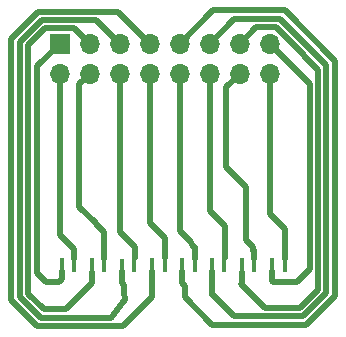
<source format=gbl>
G04 #@! TF.GenerationSoftware,KiCad,Pcbnew,(5.1.12)-1*
G04 #@! TF.CreationDate,2022-03-29T12:16:14+08:00*
G04 #@! TF.ProjectId,Nozzle,4e6f7a7a-6c65-42e6-9b69-6361645f7063,Gen3.1a*
G04 #@! TF.SameCoordinates,Original*
G04 #@! TF.FileFunction,Copper,L2,Bot*
G04 #@! TF.FilePolarity,Positive*
%FSLAX46Y46*%
G04 Gerber Fmt 4.6, Leading zero omitted, Abs format (unit mm)*
G04 Created by KiCad (PCBNEW (5.1.12)-1) date 2022-03-29 12:16:14*
%MOMM*%
%LPD*%
G01*
G04 APERTURE LIST*
G04 #@! TA.AperFunction,ComponentPad*
%ADD10O,1.700000X1.700000*%
G04 #@! TD*
G04 #@! TA.AperFunction,ComponentPad*
%ADD11R,1.700000X1.700000*%
G04 #@! TD*
G04 #@! TA.AperFunction,SMDPad,CuDef*
%ADD12R,0.400000X1.500000*%
G04 #@! TD*
G04 #@! TA.AperFunction,Conductor*
%ADD13C,0.500000*%
G04 #@! TD*
G04 #@! TA.AperFunction,Conductor*
%ADD14C,0.400000*%
G04 #@! TD*
G04 APERTURE END LIST*
D10*
X146304000Y-47244000D03*
X146304000Y-44704000D03*
X143764000Y-47244000D03*
X143764000Y-44704000D03*
X141224000Y-47244000D03*
X141224000Y-44704000D03*
X138684000Y-47244000D03*
X138684000Y-44704000D03*
X136144000Y-47244000D03*
X136144000Y-44704000D03*
X133604000Y-47244000D03*
X133604000Y-44704000D03*
X131064000Y-47244000D03*
X131064000Y-44704000D03*
X128524000Y-47244000D03*
D11*
X128524000Y-44704000D03*
D12*
X131247900Y-63636500D03*
X132327900Y-63236500D03*
X133787900Y-63661900D03*
X134867900Y-63261900D03*
X136340600Y-63649200D03*
X137420600Y-63249200D03*
X138893300Y-63649200D03*
X139973300Y-63249200D03*
X128695200Y-63649200D03*
X129775200Y-63249200D03*
X141407900Y-63649200D03*
X142487900Y-63249200D03*
X143935200Y-63649200D03*
X145015200Y-63249200D03*
X146513300Y-63649200D03*
X147593300Y-63249200D03*
D13*
X127406400Y-64897000D02*
X127078367Y-64568967D01*
X128727200Y-63957200D02*
X128727200Y-64565750D01*
X126596622Y-64079273D02*
X126596622Y-46631378D01*
X128752600Y-64591150D02*
X128472675Y-64871075D01*
X126596622Y-46631378D02*
X128524000Y-44704000D01*
X127432325Y-64871075D02*
X127406400Y-64897000D01*
X127078367Y-64568967D02*
X127078367Y-64561018D01*
X127078367Y-64561018D02*
X126596622Y-64079273D01*
X128727200Y-64565750D02*
X128752600Y-64591150D01*
X128472675Y-64871075D02*
X127432325Y-64871075D01*
X129717800Y-62306200D02*
X129768600Y-62357000D01*
X129717800Y-62077600D02*
X129717800Y-62306200D01*
X129768600Y-62357000D02*
X129768600Y-62920508D01*
X128524000Y-47244000D02*
X128524000Y-60883800D01*
X128524000Y-60883800D02*
X129717800Y-62077600D01*
X125896611Y-44821387D02*
X125896611Y-65877683D01*
X129763999Y-43403999D02*
X127313999Y-43403999D01*
X128362645Y-67183000D02*
X129057400Y-67183000D01*
X127313999Y-43403999D02*
X125896611Y-44821387D01*
X125896611Y-65877683D02*
X127201928Y-67183000D01*
X127201928Y-67183000D02*
X128362645Y-67183000D01*
X131064000Y-44704000D02*
X129763999Y-43403999D01*
X131241800Y-64008000D02*
X131241800Y-64998600D01*
X131241800Y-64998600D02*
X129057400Y-67183000D01*
X131573630Y-59945630D02*
X132257800Y-60629800D01*
X130214001Y-58540434D02*
X131573630Y-59900064D01*
X130214001Y-48093999D02*
X130214001Y-58540434D01*
X131064000Y-47244000D02*
X130214001Y-48093999D01*
X131573630Y-59900064D02*
X131573630Y-59945630D01*
X132308600Y-60904494D02*
X132308600Y-62915800D01*
D14*
X132257800Y-60853694D02*
X132308600Y-60904494D01*
D13*
X132257800Y-60629800D02*
X132257800Y-60853694D01*
X131603988Y-42703988D02*
X127024045Y-42703988D01*
X125196600Y-44531433D02*
X125196600Y-66167636D01*
X133807200Y-64973200D02*
X134010400Y-65176400D01*
X133807200Y-63982600D02*
X133807200Y-64973200D01*
X126923164Y-67894200D02*
X132891018Y-67894200D01*
X132891018Y-67894200D02*
X133891694Y-66539706D01*
X125196600Y-66167636D02*
X126923164Y-67894200D01*
X134063676Y-66367723D02*
X134010400Y-65699178D01*
X133891694Y-66539706D02*
X134063676Y-66367723D01*
X134010400Y-65176400D02*
X133858000Y-65024000D01*
X133604000Y-44704000D02*
X131603988Y-42703988D01*
X127024045Y-42703988D02*
X125196600Y-44531433D01*
X134010400Y-65699178D02*
X134010400Y-65176400D01*
X133604000Y-58953400D02*
X133604000Y-47244000D01*
X133604000Y-60644952D02*
X133604000Y-58953400D01*
X134874000Y-62865000D02*
X134874000Y-61914952D01*
X134874000Y-61914952D02*
X133604000Y-60644952D01*
X133443978Y-42003978D02*
X136144000Y-44704000D01*
X124434600Y-66395600D02*
X124434600Y-44297600D01*
X124434600Y-44297600D02*
X126728222Y-42003978D01*
X133883400Y-68605400D02*
X126644400Y-68605400D01*
X136347200Y-63957200D02*
X136347200Y-66141600D01*
X126728222Y-42003978D02*
X133443978Y-42003978D01*
X136347200Y-66141600D02*
X133883400Y-68605400D01*
X126644400Y-68605400D02*
X124434600Y-66395600D01*
X137414000Y-62849645D02*
X137414000Y-61112400D01*
X136144000Y-59842400D02*
X136144000Y-47244000D01*
X137414000Y-61112400D02*
X136144000Y-59842400D01*
X151841200Y-66076278D02*
X149436057Y-68481420D01*
X141430220Y-68481420D02*
X139115800Y-66167000D01*
X139115800Y-65176400D02*
X138887200Y-64947800D01*
X147599400Y-41884600D02*
X151841200Y-46126400D01*
X138684000Y-44704000D02*
X141503400Y-41884600D01*
X149436057Y-68481420D02*
X141430220Y-68481420D01*
X151841200Y-46126400D02*
X151841200Y-66076278D01*
X141503400Y-41884600D02*
X147599400Y-41884600D01*
X138887200Y-64947800D02*
X138887200Y-63957200D01*
X139115800Y-66167000D02*
X139115800Y-65176400D01*
X139827000Y-61789786D02*
X139552236Y-61447236D01*
X139552236Y-61447236D02*
X138684000Y-60579000D01*
X138684000Y-60579000D02*
X138684000Y-58648600D01*
X138684000Y-58648600D02*
X138684000Y-47244000D01*
X139954000Y-62942679D02*
X139954000Y-61925200D01*
X139928600Y-61891386D02*
X139827000Y-61789786D01*
X142669030Y-67157600D02*
X141503400Y-65991970D01*
X141427200Y-65915770D02*
X141503400Y-65991970D01*
X147167600Y-42595800D02*
X151104600Y-46532800D01*
X143292840Y-67781410D02*
X142669030Y-67157600D01*
X149146104Y-67781410D02*
X143292840Y-67781410D01*
X141427200Y-63982600D02*
X141427200Y-65915770D01*
X141224000Y-44704000D02*
X143332200Y-42595800D01*
X151104600Y-46532800D02*
X151104599Y-65822915D01*
X151104599Y-65822915D02*
X149146104Y-67781410D01*
X143332200Y-42595800D02*
X147167600Y-42595800D01*
X141503400Y-65991970D02*
X141480770Y-65991970D01*
X141480770Y-65991970D02*
X141452600Y-65963800D01*
X142494000Y-62865000D02*
X142494000Y-60096400D01*
X141224000Y-58826400D02*
X141224000Y-47244000D01*
X142494000Y-60096400D02*
X141224000Y-58826400D01*
X143891000Y-65074800D02*
X143941800Y-65024000D01*
X150404589Y-65532962D02*
X148856151Y-67081400D01*
X150404589Y-46924989D02*
X150404589Y-65532962D01*
X149225000Y-45745400D02*
X150404589Y-46924989D01*
X149225000Y-45700998D02*
X149225000Y-45745400D01*
X146819813Y-43295811D02*
X149225000Y-45700998D01*
X145172189Y-43295811D02*
X146819813Y-43295811D01*
X148856151Y-67081400D02*
X145897600Y-67081400D01*
X143764000Y-44704000D02*
X145172189Y-43295811D01*
X143941800Y-65024000D02*
X143941800Y-64008000D01*
X145897600Y-67081400D02*
X143891000Y-65074800D01*
D14*
X144932400Y-62230000D02*
X144932400Y-62747989D01*
D13*
X144932400Y-62230000D02*
X144932400Y-61925200D01*
X142611025Y-48396975D02*
X142611025Y-55158825D01*
X143764000Y-47244000D02*
X142611025Y-48396975D01*
X142611025Y-55158825D02*
X142918032Y-55465832D01*
X142918032Y-55465832D02*
X142943432Y-55465832D01*
X142943432Y-55465832D02*
X144348200Y-56870600D01*
X144348200Y-56870600D02*
X144348200Y-61341000D01*
X144348200Y-61341000D02*
X144932400Y-61925200D01*
X145008600Y-62188706D02*
X145008600Y-62941200D01*
X147172389Y-64897000D02*
X146608800Y-64897000D01*
X146532600Y-64820800D02*
X146608800Y-64897000D01*
X146532600Y-63957200D02*
X146532600Y-64820800D01*
X148617308Y-64897000D02*
X147172389Y-64897000D01*
X149704578Y-63809730D02*
X148617308Y-64897000D01*
X149704578Y-48104578D02*
X149704578Y-63809730D01*
X146304000Y-44704000D02*
X149704578Y-48104578D01*
X146304000Y-59080400D02*
X146304000Y-47244000D01*
X147574000Y-60350400D02*
X146304000Y-59080400D01*
X147574000Y-62890400D02*
X147574000Y-60350400D01*
M02*

</source>
